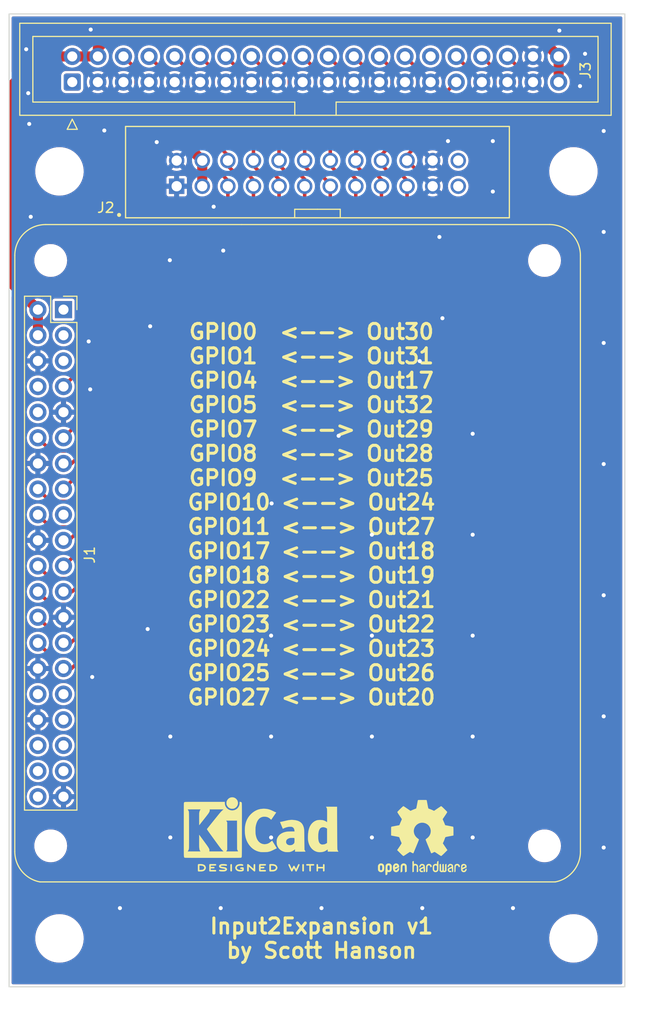
<source format=kicad_pcb>
(kicad_pcb (version 20211014) (generator pcbnew)
  (title_block (title "Input2Expansion") (date "2022-04-06") (rev "v1") (company "Scott Hanson"))
  (layers (0 "F.Cu" signal) (31 "B.Cu" signal) (34 "B.Paste" user) (35 "F.Paste" user) (36 "B.SilkS" user "B.Silkscreen") (37 "F.SilkS" user "F.Silkscreen") (38 "B.Mask" user) (39 "F.Mask" user) (44 "Edge.Cuts" user))
  (net 0 "")
  (net 2 "GND")
  (net 3 "OUT27")
  (net 4 "OUT28")
  (net 5 "OUT29")
  (net 6 "OUT30")
  (net 8 "OUT31")
  (net 11 "OUT26")
  (net 18 "OUT32")
  (net 20 "OUT23")
  (net 21 "OUT17")
  (net 22 "OUT18")
  (net 23 "OUT22")
  (net 24 "OUT21")
  (net 25 "OUT19")
  (net 26 "OUT20")
  (net 28 "+5V")
  (net 30 "OUT25")
  (net 31 "OUT24")
  (footprint "MountingHole:MountingHole_4.3mm_M4" (layer "F.Cu") (at 155 130)
    (fp_text reference "H1")
    (fp_text value "MountingHole")
    (pad "" np_thru_hole circle (at 0 0) (size 4.3 4.3) (drill 4.3) (layers *.Cu *.Mask))
  )
  (footprint "MCU_RaspberryPi_and_Boards:Raspberry_Pi_Hat_Socketed_THT_FaceDown_MountingHoles" (layer "F.Cu") (at 104.4 67.7)
    (fp_text reference "J1" (at 2.6 24.3 90) (layer "F.SilkS"))
    (fp_text value "Raspberry_Pi_2_3")
    (pad "" np_thru_hole circle (at -1.27 -4.87 90) (size 2.75 2.75) (drill 2.75) (layers *.Cu *.Mask))
    (pad "" np_thru_hole circle (at 47.73 53.13 90) (size 2.75 2.75) (drill 2.75) (layers *.Cu *.Mask))
    (pad "" np_thru_hole circle (at -1.27 53.13 90) (size 2.75 2.75) (drill 2.75) (layers *.Cu *.Mask))
    (pad "" np_thru_hole circle (at 47.73 -4.87 90) (size 2.75 2.75) (drill 2.75) (layers *.Cu *.Mask))
    (pad "1" thru_hole rect (at 0 0) (size 1.7 1.7) (drill 1) (layers *.Cu *.Mask))
    (pad "2" thru_hole oval (at -2.54 0) (size 1.7 1.7) (drill 1) (layers *.Cu *.Mask) (net 28 "+5V"))
    (pad "3" thru_hole oval (at 0 2.54) (size 1.7 1.7) (drill 1) (layers *.Cu *.Mask))
    (pad "4" thru_hole oval (at -2.54 2.54) (size 1.7 1.7) (drill 1) (layers *.Cu *.Mask) (net 28 "+5V"))
    (pad "5" thru_hole oval (at 0 5.08) (size 1.7 1.7) (drill 1) (layers *.Cu *.Mask))
    (pad "6" thru_hole oval (at -2.54 5.08) (size 1.7 1.7) (drill 1) (layers *.Cu *.Mask) (net 2 "GND"))
    (pad "7" thru_hole oval (at 0 7.62) (size 1.7 1.7) (drill 1) (layers *.Cu *.Mask) (net 21 "OUT17"))
    (pad "8" thru_hole oval (at -2.54 7.62) (size 1.7 1.7) (drill 1) (layers *.Cu *.Mask))
    (pad "9" thru_hole oval (at 0 10.16) (size 1.7 1.7) (drill 1) (layers *.Cu *.Mask) (net 2 "GND"))
    (pad "10" thru_hole oval (at -2.54 10.16) (size 1.7 1.7) (drill 1) (layers *.Cu *.Mask))
    (pad "11" thru_hole oval (at 0 12.7) (size 1.7 1.7) (drill 1) (layers *.Cu *.Mask) (net 22 "OUT18"))
    (pad "12" thru_hole oval (at -2.54 12.7) (size 1.7 1.7) (drill 1) (layers *.Cu *.Mask) (net 25 "OUT19"))
    (pad "13" thru_hole oval (at 0 15.24) (size 1.7 1.7) (drill 1) (layers *.Cu *.Mask) (net 26 "OUT20"))
    (pad "14" thru_hole oval (at -2.54 15.24) (size 1.7 1.7) (drill 1) (layers *.Cu *.Mask) (net 2 "GND"))
    (pad "15" thru_hole oval (at 0 17.78) (size 1.7 1.7) (drill 1) (layers *.Cu *.Mask) (net 24 "OUT21"))
    (pad "16" thru_hole oval (at -2.54 17.78) (size 1.7 1.7) (drill 1) (layers *.Cu *.Mask) (net 23 "OUT22"))
    (pad "17" thru_hole oval (at 0 20.32) (size 1.7 1.7) (drill 1) (layers *.Cu *.Mask))
    (pad "18" thru_hole oval (at -2.54 20.32) (size 1.7 1.7) (drill 1) (layers *.Cu *.Mask) (net 20 "OUT23"))
    (pad "19" thru_hole oval (at 0 22.86) (size 1.7 1.7) (drill 1) (layers *.Cu *.Mask) (net 31 "OUT24"))
    (pad "20" thru_hole oval (at -2.54 22.86) (size 1.7 1.7) (drill 1) (layers *.Cu *.Mask) (net 2 "GND"))
    (pad "21" thru_hole oval (at 0 25.4) (size 1.7 1.7) (drill 1) (layers *.Cu *.Mask) (net 30 "OUT25"))
    (pad "22" thru_hole oval (at -2.54 25.4) (size 1.7 1.7) (drill 1) (layers *.Cu *.Mask) (net 11 "OUT26"))
    (pad "23" thru_hole oval (at 0 27.94) (size 1.7 1.7) (drill 1) (layers *.Cu *.Mask) (net 3 "OUT27"))
    (pad "24" thru_hole oval (at -2.54 27.94) (size 1.7 1.7) (drill 1) (layers *.Cu *.Mask) (net 4 "OUT28"))
    (pad "25" thru_hole oval (at 0 30.48) (size 1.7 1.7) (drill 1) (layers *.Cu *.Mask) (net 2 "GND"))
    (pad "26" thru_hole oval (at -2.54 30.48) (size 1.7 1.7) (drill 1) (layers *.Cu *.Mask) (net 5 "OUT29"))
    (pad "27" thru_hole oval (at 0 33.02) (size 1.7 1.7) (drill 1) (layers *.Cu *.Mask) (net 6 "OUT30"))
    (pad "28" thru_hole oval (at -2.54 33.02) (size 1.7 1.7) (drill 1) (layers *.Cu *.Mask) (net 8 "OUT31"))
    (pad "29" thru_hole oval (at 0 35.56) (size 1.7 1.7) (drill 1) (layers *.Cu *.Mask) (net 18 "OUT32"))
    (pad "30" thru_hole oval (at -2.54 35.56) (size 1.7 1.7) (drill 1) (layers *.Cu *.Mask) (net 2 "GND"))
    (pad "31" thru_hole oval (at 0 38.1) (size 1.7 1.7) (drill 1) (layers *.Cu *.Mask))
    (pad "32" thru_hole oval (at -2.54 38.1) (size 1.7 1.7) (drill 1) (layers *.Cu *.Mask))
    (pad "33" thru_hole oval (at 0 40.64) (size 1.7 1.7) (drill 1) (layers *.Cu *.Mask))
    (pad "34" thru_hole oval (at -2.54 40.64) (size 1.7 1.7) (drill 1) (layers *.Cu *.Mask) (net 2 "GND"))
    (pad "35" thru_hole oval (at 0 43.18) (size 1.7 1.7) (drill 1) (layers *.Cu *.Mask))
    (pad "36" thru_hole oval (at -2.54 43.18) (size 1.7 1.7) (drill 1) (layers *.Cu *.Mask))
    (pad "37" thru_hole oval (at 0 45.72) (size 1.7 1.7) (drill 1) (layers *.Cu *.Mask))
    (pad "38" thru_hole oval (at -2.54 45.72) (size 1.7 1.7) (drill 1) (layers *.Cu *.Mask))
    (pad "39" thru_hole oval (at 0 48.26) (size 1.7 1.7) (drill 1) (layers *.Cu *.Mask) (net 2 "GND"))
    (pad "40" thru_hole oval (at -2.54 48.26) (size 1.7 1.7) (drill 1) (layers *.Cu *.Mask))
  )
  (footprint "302-S241:OST_302-S241" (layer "F.Cu") (at 129.6 54.2)
    (fp_text reference "J2" (at -21 3.4) (layer "F.SilkS"))
    (fp_text value "Expansion Header")
    (pad "1" thru_hole rect (at -13.97 1.27) (size 1.53 1.53) (drill 1.02) (layers *.Cu *.Mask) (net 2 "GND"))
    (pad "2" thru_hole circle (at -13.97 -1.27) (size 1.53 1.53) (drill 1.02) (layers *.Cu *.Mask) (net 2 "GND"))
    (pad "3" thru_hole circle (at -11.43 1.27) (size 1.53 1.53) (drill 1.02) (layers *.Cu *.Mask) (net 28 "+5V"))
    (pad "4" thru_hole circle (at -11.43 -1.27) (size 1.53 1.53) (drill 1.02) (layers *.Cu *.Mask) (net 28 "+5V"))
    (pad "5" thru_hole circle (at -8.89 1.27) (size 1.53 1.53) (drill 1.02) (layers *.Cu *.Mask) (net 21 "OUT17"))
    (pad "6" thru_hole circle (at -8.89 -1.27) (size 1.53 1.53) (drill 1.02) (layers *.Cu *.Mask) (net 22 "OUT18"))
    (pad "7" thru_hole circle (at -6.35 1.27) (size 1.53 1.53) (drill 1.02) (layers *.Cu *.Mask) (net 25 "OUT19"))
    (pad "8" thru_hole circle (at -6.35 -1.27) (size 1.53 1.53) (drill 1.02) (layers *.Cu *.Mask) (net 26 "OUT20"))
    (pad "9" thru_hole circle (at -3.81 1.27) (size 1.53 1.53) (drill 1.02) (layers *.Cu *.Mask) (net 24 "OUT21"))
    (pad "10" thru_hole circle (at -3.81 -1.27) (size 1.53 1.53) (drill 1.02) (layers *.Cu *.Mask) (net 23 "OUT22"))
    (pad "11" thru_hole circle (at -1.27 1.27) (size 1.53 1.53) (drill 1.02) (layers *.Cu *.Mask) (net 20 "OUT23"))
    (pad "12" thru_hole circle (at -1.27 -1.27) (size 1.53 1.53) (drill 1.02) (layers *.Cu *.Mask) (net 31 "OUT24"))
    (pad "13" thru_hole circle (at 1.27 1.27) (size 1.53 1.53) (drill 1.02) (layers *.Cu *.Mask) (net 30 "OUT25"))
    (pad "14" thru_hole circle (at 1.27 -1.27) (size 1.53 1.53) (drill 1.02) (layers *.Cu *.Mask) (net 11 "OUT26"))
    (pad "15" thru_hole circle (at 3.81 1.27) (size 1.53 1.53) (drill 1.02) (layers *.Cu *.Mask) (net 3 "OUT27"))
    (pad "16" thru_hole circle (at 3.81 -1.27) (size 1.53 1.53) (drill 1.02) (layers *.Cu *.Mask) (net 4 "OUT28"))
    (pad "17" thru_hole circle (at 6.35 1.27) (size 1.53 1.53) (drill 1.02) (layers *.Cu *.Mask) (net 5 "OUT29"))
    (pad "18" thru_hole circle (at 6.35 -1.27) (size 1.53 1.53) (drill 1.02) (layers *.Cu *.Mask) (net 6 "OUT30"))
    (pad "19" thru_hole circle (at 8.89 1.27) (size 1.53 1.53) (drill 1.02) (layers *.Cu *.Mask) (net 8 "OUT31"))
    (pad "20" thru_hole circle (at 8.89 -1.27) (size 1.53 1.53) (drill 1.02) (layers *.Cu *.Mask) (net 18 "OUT32"))
    (pad "21" thru_hole circle (at 11.43 1.27) (size 1.53 1.53) (drill 1.02) (layers *.Cu *.Mask) (net 2 "GND"))
    (pad "22" thru_hole circle (at 11.43 -1.27) (size 1.53 1.53) (drill 1.02) (layers *.Cu *.Mask) (net 2 "GND"))
    (pad "23" thru_hole circle (at 13.97 1.27) (size 1.53 1.53) (drill 1.02) (layers *.Cu *.Mask))
    (pad "24" thru_hole circle (at 13.97 -1.27) (size 1.53 1.53) (drill 1.02) (layers *.Cu *.Mask))
  )
  (footprint "MountingHole:MountingHole_4.3mm_M4" (layer "F.Cu") (at 104 54)
    (fp_text reference "H2")
    (fp_text value "MountingHole")
    (pad "" np_thru_hole circle (at 0 0) (size 4.3 4.3) (drill 4.3) (layers *.Cu *.Mask))
  )
  (footprint "MountingHole:MountingHole_4.3mm_M4" (layer "F.Cu") (at 155 54)
    (fp_text reference "H3")
    (fp_text value "MountingHole")
    (pad "" np_thru_hole circle (at 0 0) (size 4.3 4.3) (drill 4.3) (layers *.Cu *.Mask))
  )
  (footprint "Symbol:OSHW-Logo2_9.8x8mm_SilkScreen" (layer "F.Cu") (at 140 120)
    (fp_text reference "REF**" hide)
    (fp_text value "OSHW-Logo2_9.8x8mm_SilkScreen" hide)
  )
  (footprint "Symbol:KiCad-Logo2_6mm_SilkScreen" (layer "F.Cu") (at 124 119)
    (fp_text reference "REF**" hide)
    (fp_text value "KiCad-Logo2_6mm_SilkScreen" hide)
  )
  (footprint "Connector_IDC:IDC-Header_2x20_P2.54mm_Vertical" (layer "F.Cu") (at 105.27 45.1525 90)
    (fp_text reference "J3" (at 1.1525 50.93 90) (layer "F.SilkS"))
    (fp_text value "Expansion Header")
    (pad "1" thru_hole roundrect (at 0 0 90) (size 1.7 1.7) (drill 1) (layers *.Cu *.Mask) (roundrect_rratio 0.1470588235))
    (pad "2" thru_hole circle (at 2.54 0 90) (size 1.7 1.7) (drill 1) (layers *.Cu *.Mask) (net 28 "+5V"))
    (pad "3" thru_hole circle (at 0 2.54 90) (size 1.7 1.7) (drill 1) (layers *.Cu *.Mask) (net 2 "GND"))
    (pad "4" thru_hole circle (at 2.54 2.54 90) (size 1.7 1.7) (drill 1) (layers *.Cu *.Mask) (net 28 "+5V"))
    (pad "5" thru_hole circle (at 0 5.08 90) (size 1.7 1.7) (drill 1) (layers *.Cu *.Mask) (net 2 "GND"))
    (pad "6" thru_hole circle (at 2.54 5.08 90) (size 1.7 1.7) (drill 1) (layers *.Cu *.Mask) (net 21 "OUT17"))
    (pad "7" thru_hole circle (at 0 7.62 90) (size 1.7 1.7) (drill 1) (layers *.Cu *.Mask) (net 2 "GND"))
    (pad "8" thru_hole circle (at 2.54 7.62 90) (size 1.7 1.7) (drill 1) (layers *.Cu *.Mask) (net 22 "OUT18"))
    (pad "9" thru_hole circle (at 0 10.16 90) (size 1.7 1.7) (drill 1) (layers *.Cu *.Mask) (net 2 "GND"))
    (pad "10" thru_hole circle (at 2.54 10.16 90) (size 1.7 1.7) (drill 1) (layers *.Cu *.Mask) (net 25 "OUT19"))
    (pad "11" thru_hole circle (at 0 12.7 90) (size 1.7 1.7) (drill 1) (layers *.Cu *.Mask) (net 2 "GND"))
    (pad "12" thru_hole circle (at 2.54 12.7 90) (size 1.7 1.7) (drill 1) (layers *.Cu *.Mask) (net 26 "OUT20"))
    (pad "13" thru_hole circle (at 0 15.24 90) (size 1.7 1.7) (drill 1) (layers *.Cu *.Mask) (net 2 "GND"))
    (pad "14" thru_hole circle (at 2.54 15.24 90) (size 1.7 1.7) (drill 1) (layers *.Cu *.Mask) (net 24 "OUT21"))
    (pad "15" thru_hole circle (at 0 17.78 90) (size 1.7 1.7) (drill 1) (layers *.Cu *.Mask) (net 2 "GND"))
    (pad "16" thru_hole circle (at 2.54 17.78 90) (size 1.7 1.7) (drill 1) (layers *.Cu *.Mask) (net 23 "OUT22"))
    (pad "17" thru_hole circle (at 0 20.32 90) (size 1.7 1.7) (drill 1) (layers *.Cu *.Mask) (net 2 "GND"))
    (pad "18" thru_hole circle (at 2.54 20.32 90) (size 1.7 1.7) (drill 1) (layers *.Cu *.Mask) (net 20 "OUT23"))
    (pad "19" thru_hole circle (at 0 22.86 90) (size 1.7 1.7) (drill 1) (layers *.Cu *.Mask) (net 2 "GND"))
    (pad "20" thru_hole circle (at 2.54 22.86 90) (size 1.7 1.7) (drill 1) (layers *.Cu *.Mask) (net 31 "OUT24"))
    (pad "21" thru_hole circle (at 0 25.4 90) (size 1.7 1.7) (drill 1) (layers *.Cu *.Mask) (net 2 "GND"))
    (pad "22" thru_hole circle (at 2.54 25.4 90) (size 1.7 1.7) (drill 1) (layers *.Cu *.Mask) (net 30 "OUT25"))
    (pad "23" thru_hole circle (at 0 27.94 90) (size 1.7 1.7) (drill 1) (layers *.Cu *.Mask) (net 2 "GND"))
    (pad "24" thru_hole circle (at 2.54 27.94 90) (size 1.7 1.7) (drill 1) (layers *.Cu *.Mask) (net 11 "OUT26"))
    (pad "25" thru_hole circle (at 0 30.48 90) (size 1.7 1.7) (drill 1) (layers *.Cu *.Mask) (net 2 "GND"))
    (pad "26" thru_hole circle (at 2.54 30.48 90) (size 1.7 1.7) (drill 1) (layers *.Cu *.Mask) (net 3 "OUT27"))
    (pad "27" thru_hole circle (at 0 33.02 90) (size 1.7 1.7) (drill 1) (layers *.Cu *.Mask) (net 2 "GND"))
    (pad "28" thru_hole circle (at 2.54 33.02 90) (size 1.7 1.7) (drill 1) (layers *.Cu *.Mask) (net 4 "OUT28"))
    (pad "29" thru_hole circle (at 0 35.56 90) (size 1.7 1.7) (drill 1) (layers *.Cu *.Mask) (net 2 "GND"))
    (pad "30" thru_hole circle (at 2.54 35.56 90) (size 1.7 1.7) (drill 1) (layers *.Cu *.Mask))
    (pad "31" thru_hole circle (at 0 38.1 90) (size 1.7 1.7) (drill 1) (layers *.Cu *.Mask) (net 5 "OUT29"))
    (pad "32" thru_hole circle (at 2.54 38.1 90) (size 1.7 1.7) (drill 1) (layers *.Cu *.Mask) (net 6 "OUT30"))
    (pad "33" thru_hole circle (at 0 40.64 90) (size 1.7 1.7) (drill 1) (layers *.Cu *.Mask) (net 2 "GND"))
    (pad "34" thru_hole circle (at 2.54 40.64 90) (size 1.7 1.7) (drill 1) (layers *.Cu *.Mask) (net 8 "OUT31"))
    (pad "35" thru_hole circle (at 0 43.18 90) (size 1.7 1.7) (drill 1) (layers *.Cu *.Mask) (net 2 "GND"))
    (pad "36" thru_hole circle (at 2.54 43.18 90) (size 1.7 1.7) (drill 1) (layers *.Cu *.Mask) (net 18 "OUT32"))
    (pad "37" thru_hole circle (at 0 45.72 90) (size 1.7 1.7) (drill 1) (layers *.Cu *.Mask) (net 2 "GND"))
    (pad "38" thru_hole circle (at 2.54 45.72 90) (size 1.7 1.7) (drill 1) (layers *.Cu *.Mask) (net 2 "GND"))
    (pad "39" thru_hole circle (at 0 48.26 90) (size 1.7 1.7) (drill 1) (layers *.Cu *.Mask) (net 28 "+5V"))
    (pad "40" thru_hole circle (at 2.54 48.26 90) (size 1.7 1.7) (drill 1) (layers *.Cu *.Mask) (net 28 "+5V"))
  )
  (footprint "MountingHole:MountingHole_4.3mm_M4" (layer "F.Cu") (at 104 130)
    (fp_text reference "H4")
    (fp_text value "MountingHole")
    (pad "" np_thru_hole circle (at 0 0) (size 4.3 4.3) (drill 4.3) (layers *.Cu *.Mask))
  )
  (gr_line (start 99 134.8) (end 99 38.4) (layer "Edge.Cuts") (width 0.1))
  (gr_line (start 160.1 38.4) (end 160.1 134.8) (layer "Edge.Cuts") (width 0.1))
  (gr_line (start 99 38.4) (end 160.1 38.4) (layer "Edge.Cuts") (width 0.1))
  (gr_line (start 160.1 134.8) (end 99 134.8) (layer "Edge.Cuts") (width 0.1))
  (gr_text "GPIO0  <--> Out30\nGPIO1  <--> Out31\nGPIO4  <--> Out17\nGPIO5  <--> Out32\nGPIO7  <--> Out29\nGPIO8  <--> Out28\nGPIO9  <--> Out25\nGPIO10 <--> Out24\nGPIO11 <--> Out27\nGPIO17 <--> Out18\nGPIO18 <--> Out19\nGPIO22 <--> Out21\nGPIO23 <--> Out22\nGPIO24 <--> Out23\nGPIO25 <--> Out26\nGPIO27 <--> Out20" (at 129 88) (layer "F.SilkS") (effects (font (size 1.5 1.5) (thickness 0.3))))
  (gr_text "${TITLE} ${REVISION}\nby ${COMPANY}" (at 130 130) (layer "F.SilkS") (effects (font (size 1.5 1.5) (thickness 0.3))))
  (via (at 145 100) (size 0.8) (drill 0.4) (layers "F.Cu" "B.Cu") (net 2))
  (via (at 142.55 51) (size 0.8) (drill 0.4) (layers "F.Cu" "B.Cu") (net 2))
  (via (at 110 127) (size 0.8) (drill 0.4) (layers "F.Cu" "B.Cu") (net 2))
  (via (at 131.7 80.2) (size 0.8) (drill 0.4) (layers "F.Cu" "B.Cu") (net 2))
  (via (at 139.75 72.8) (size 0.8) (drill 0.4) (layers "F.Cu" "B.Cu") (net 2))
  (via (at 145 120) (size 0.8) (drill 0.4) (layers "F.Cu" "B.Cu") (net 2))
  (via (at 119.3 57.5) (size 0.8) (drill 0.4) (layers "F.Cu" "B.Cu") (net 2))
  (via (at 100.7 41.9) (size 0.8) (drill 0.4) (layers "F.Cu" "B.Cu") (net 2))
  (via (at 147 51) (size 0.8) (drill 0.4) (layers "F.Cu" "B.Cu") (net 2))
  (via (at 158 121) (size 0.8) (drill 0.4) (layers "F.Cu" "B.Cu") (net 2))
  (via (at 125 110) (size 0.8) (drill 0.4) (layers "F.Cu" "B.Cu") (net 2))
  (via (at 145 90) (size 0.8) (drill 0.4) (layers "F.Cu" "B.Cu") (net 2))
  (via (at 155.65 45.55) (size 0.8) (drill 0.4) (layers "F.Cu" "B.Cu") (net 2))
  (via (at 158 71) (size 0.8) (drill 0.4) (layers "F.Cu" "B.Cu") (net 2))
  (via (at 135 120) (size 0.8) (drill 0.4) (layers "F.Cu" "B.Cu") (net 2))
  (via (at 107.25 104.1) (size 0.8) (drill 0.4) (layers "F.Cu" "B.Cu") (net 2))
  (via (at 130 127) (size 0.8) (drill 0.4) (layers "F.Cu" "B.Cu") (net 2))
  (via (at 135 110) (size 0.8) (drill 0.4) (layers "F.Cu" "B.Cu") (net 2))
  (via (at 108.45 49.95) (size 0.8) (drill 0.4) (layers "F.Cu" "B.Cu") (net 2))
  (via (at 156.15 42.35) (size 0.8) (drill 0.4) (layers "F.Cu" "B.Cu") (net 2))
  (via (at 120.25 61.85) (size 0.8) (drill 0.4) (layers "F.Cu" "B.Cu") (net 2))
  (via (at 107.1 39.95) (size 0.8) (drill 0.4) (layers "F.Cu" "B.Cu") (net 2))
  (via (at 107.05 75.6) (size 0.8) (drill 0.4) (layers "F.Cu" "B.Cu") (net 2))
  (via (at 118.8 93.55) (size 0.8) (drill 0.4) (layers "F.Cu" "B.Cu") (net 2))
  (via (at 158 83) (size 0.8) (drill 0.4) (layers "F.Cu" "B.Cu") (net 2))
  (via (at 115 110) (size 0.8) (drill 0.4) (layers "F.Cu" "B.Cu") (net 2))
  (via (at 158 108) (size 0.8) (drill 0.4) (layers "F.Cu" "B.Cu") (net 2))
  (via (at 158 50) (size 0.8) (drill 0.4) (layers "F.Cu" "B.Cu") (net 2))
  (via (at 158 60) (size 0.8) (drill 0.4) (layers "F.Cu" "B.Cu") (net 2))
  (via (at 125 100) (size 0.8) (drill 0.4) (layers "F.Cu" "B.Cu") (net 2))
  (via (at 135 90) (size 0.8) (drill 0.4) (layers "F.Cu" "B.Cu") (net 2))
  (via (at 113 69.35) (size 0.8) (drill 0.4) (layers "F.Cu" "B.Cu") (net 2))
  (via (at 101 49.3) (size 0.8) (drill 0.4) (layers "F.Cu" "B.Cu") (net 2))
  (via (at 145 110) (size 0.8) (drill 0.4) (layers "F.Cu" "B.Cu") (net 2))
  (via (at 120 127) (size 0.8) (drill 0.4) (layers "F.Cu" "B.Cu") (net 2))
  (via (at 149 127) (size 0.8) (drill 0.4) (layers "F.Cu" "B.Cu") (net 2))
  (via (at 114.95 62.8) (size 0.8) (drill 0.4) (layers "F.Cu" "B.Cu") (net 2))
  (via (at 100.9 46.25) (size 0.8) (drill 0.4) (layers "F.Cu" "B.Cu") (net 2))
  (via (at 141.7 60.5) (size 0.8) (drill 0.4) (layers "F.Cu" "B.Cu") (net 2))
  (via (at 125 120) (size 0.8) (drill 0.4) (layers "F.Cu" "B.Cu") (net 2))
  (via (at 135 100) (size 0.8) (drill 0.4) (layers "F.Cu" "B.Cu") (net 2))
  (via (at 140 127) (size 0.8) (drill 0.4) (layers "F.Cu" "B.Cu") (net 2))
  (via (at 147 56) (size 0.8) (drill 0.4) (layers "F.Cu" "B.Cu") (net 2))
  (via (at 142 68.55) (size 0.8) (drill 0.4) (layers "F.Cu" "B.Cu") (net 2))
  (via (at 113.65 51.1) (size 0.8) (drill 0.4) (layers "F.Cu" "B.Cu") (net 2))
  (via (at 158 96) (size 0.8) (drill 0.4) (layers "F.Cu" "B.Cu") (net 2))
  (via (at 125.05 86.9) (size 0.8) (drill 0.4) (layers "F.Cu" "B.Cu") (net 2))
  (via (at 101.15 58.5) (size 0.8) (drill 0.4) (layers "F.Cu" "B.Cu") (net 2))
  (via (at 112.75 99.35) (size 0.8) (drill 0.4) (layers "F.Cu" "B.Cu") (net 2))
  (via (at 115 120) (size 0.8) (drill 0.4) (layers "F.Cu" "B.Cu") (net 2))
  (via (at 106.9 70.85) (size 0.8) (drill 0.4) (layers "F.Cu" "B.Cu") (net 2))
  (via (at 153.6 40.05) (size 0.8) (drill 0.4) (layers "F.Cu" "B.Cu") (net 2))
  (via (at 145 80) (size 0.8) (drill 0.4) (layers "F.Cu" "B.Cu") (net 2))
  (segment (start 137 45.85) (end 132.15 50.7) (width 0.35) (layer "F.Cu") (net 3))
  (segment (start 135.75 42.6125) (end 137 43.8625) (width 0.35) (layer "F.Cu") (net 3))
  (segment (start 105.26 95.64) (end 133.4 67.5) (width 0.35) (layer "F.Cu") (net 3))
  (segment (start 104.4 95.64) (end 105.26 95.64) (width 0.35) (layer "F.Cu") (net 3))
  (segment (start 133.4 55.48) (end 133.41 55.47) (width 0.35) (layer "F.Cu") (net 3))
  (segment (start 133.41 54.76) (end 133.41 55.47) (width 0.35) (layer "F.Cu") (net 3))
  (segment (start 137 43.8625) (end 137 45.85) (width 0.35) (layer "F.Cu") (net 3))
  (segment (start 132.15 53.5) (end 133.41 54.76) (width 0.35) (layer "F.Cu") (net 3))
  (segment (start 133.4 67.5) (end 133.4 55.48) (width 0.35) (layer "F.Cu") (net 3))
  (segment (start 132.15 50.7) (end 132.15 53.5) (width 0.35) (layer "F.Cu") (net 3))
  (segment (start 105.45 96.9) (end 103.12 96.9) (width 0.35) (layer "F.Cu") (net 4))
  (segment (start 133.41 52.93) (end 133.41 53.41) (width 0.35) (layer "F.Cu") (net 4))
  (segment (start 133.41 52.93) (end 133.41 52.04) (width 0.35) (layer "F.Cu") (net 4))
  (segment (start 133.41 52.04) (end 139.55 45.9) (width 0.35) (layer "F.Cu") (net 4))
  (segment (start 134.65 67.7) (end 105.45 96.9) (width 0.35) (layer "F.Cu") (net 4))
  (segment (start 139.55 45.9) (end 139.55 43.8725) (width 0.35) (layer "F.Cu") (net 4))
  (segment (start 103.12 96.9) (end 101.86 95.64) (width 0.35) (layer "F.Cu") (net 4))
  (segment (start 139.55 43.8725) (end 138.29 42.6125) (width 0.35) (layer "F.Cu") (net 4))
  (segment (start 133.41 53.41) (end 134.65 54.65) (width 0.35) (layer "F.Cu") (net 4))
  (segment (start 134.65 54.65) (end 134.65 67.7) (width 0.35) (layer "F.Cu") (net 4))
  (segment (start 135.95 68.6) (end 135.95 55.47) (width 0.35) (layer "F.Cu") (net 5))
  (segment (start 134.65 52.25) (end 140.2 46.7) (width 0.35) (layer "F.Cu") (net 5))
  (segment (start 135.95 55.47) (end 135.95 54.8) (width 0.35) (layer "F.Cu") (net 5))
  (segment (start 140.2 46.7) (end 141.8225 46.7) (width 0.35) (layer "F.Cu") (net 5))
  (segment (start 135.95 54.8) (end 134.65 53.5) (width 0.35) (layer "F.Cu") (net 5))
  (segment (start 134.65 53.5) (end 134.65 52.25) (width 0.35) (layer "F.Cu") (net 5))
  (segment (start 141.8225 46.7) (end 143.37 45.1525) (width 0.35) (layer "F.Cu") (net 5))
  (segment (start 105.145489 99.404511) (end 135.95 68.6) (width 0.35) (layer "F.Cu") (net 5))
  (segment (start 103.084511 99.404511) (end 105.145489 99.404511) (width 0.35) (layer "F.Cu") (net 5))
  (segment (start 101.86 98.18) (end 103.084511 99.404511) (width 0.35) (layer "F.Cu") (net 5))
  (segment (start 144.65 43.8925) (end 144.65 45.8) (width 0.35) (layer "F.Cu") (net 6))
  (segment (start 135.95 52.35) (end 135.95 52.93) (width 0.35) (layer "F.Cu") (net 6))
  (segment (start 143.37 42.6125) (end 144.65 43.8925) (width 0.35) (layer "F.Cu") (net 6))
  (segment (start 144.65 45.8) (end 142.8 47.65) (width 0.35) (layer "F.Cu") (net 6))
  (segment (start 140.65 47.65) (end 135.95 52.35) (width 0.35) (layer "F.Cu") (net 6))
  (segment (start 135.95 52.93) (end 135.95 53.35) (width 0.35) (layer "F.Cu") (net 6))
  (segment (start 135.95 53.35) (end 137.2 54.6) (width 0.35) (layer "F.Cu") (net 6))
  (segment (start 105.13 100.72) (end 104.4 100.72) (width 0.35) (layer "F.Cu") (net 6))
  (segment (start 137.2 68.65) (end 105.13 100.72) (width 0.35) (layer "F.Cu") (net 6))
  (segment (start 137.2 54.6) (end 137.2 68.65) (width 0.35) (layer "F.Cu") (net 6))
  (segment (start 142.8 47.65) (end 140.65 47.65) (width 0.35) (layer "F.Cu") (net 6))
  (segment (start 147.2 45.85) (end 147.2 43.9025) (width 0.35) (layer "F.Cu") (net 8))
  (segment (start 137.2 53.6) (end 137.2 52.1) (width 0.35) (layer "F.Cu") (net 8))
  (segment (start 137.2 52.1) (end 140.95 48.35) (width 0.35) (layer "F.Cu") (net 8))
  (segment (start 101.86 100.72) (end 103.14 102) (width 0.35) (layer "F.Cu") (net 8))
  (segment (start 138.49 54.89) (end 137.2 53.6) (width 0.35) (layer "F.Cu") (net 8))
  (segment (start 105.25 102) (end 138.49 68.76) (width 0.35) (layer "F.Cu") (net 8))
  (segment (start 103.14 102) (end 105.25 102) (width 0.35) (layer "F.Cu") (net 8))
  (segment (start 138.49 55.47) (end 138.49 54.89) (width 0.35) (layer "F.Cu") (net 8))
  (segment (start 144.7 48.35) (end 147.2 45.85) (width 0.35) (layer "F.Cu") (net 8))
  (segment (start 138.49 68.76) (end 138.49 55.47) (width 0.35) (layer "F.Cu") (net 8))
  (segment (start 147.2 43.9025) (end 145.91 42.6125) (width 0.35) (layer "F.Cu") (net 8))
  (segment (start 140.95 48.35) (end 144.7 48.35) (width 0.35) (layer "F.Cu") (net 8))
  (segment (start 132.15 67.4) (end 105.2 94.35) (width 0.35) (layer "F.Cu") (net 11))
  (segment (start 105.2 94.35) (end 103.11 94.35) (width 0.35) (layer "F.Cu") (net 11))
  (segment (start 130.87 52.93) (end 130.87 53.42) (width 0.35) (layer "F.Cu") (net 11))
  (segment (start 132.15 54.7) (end 132.15 67.4) (width 0.35) (layer "F.Cu") (net 11))
  (segment (start 134.5 43.9025) (end 134.5 45.95) (width 0.35) (layer "F.Cu") (net 11))
  (segment (start 130.87 53.42) (end 132.15 54.7) (width 0.35) (layer "F.Cu") (net 11))
  (segment (start 130.87 49.58) (end 130.87 52.93) (width 0.35) (layer "F.Cu") (net 11))
  (segment (start 134.5 45.95) (end 130.87 49.58) (width 0.35) (layer "F.Cu") (net 11))
  (segment (start 133.21 42.6125) (end 134.5 43.9025) (width 0.35) (layer "F.Cu") (net 11))
  (segment (start 103.11 94.35) (end 101.86 93.1) (width 0.35) (layer "F.Cu") (net 11))
  (segment (start 138.49 52.41) (end 138.49 52.93) (width 0.35) (layer "F.Cu") (net 18))
  (segment (start 146.45 49.3) (end 141.6 49.3) (width 0.35) (layer "F.Cu") (net 18))
  (segment (start 149.7 43.8625) (end 149.7 46.05) (width 0.35) (layer "F.Cu") (net 18))
  (segment (start 139.75 68.7) (end 105.19 103.26) (width 0.35) (layer "F.Cu") (net 18))
  (segment (start 105.19 103.26) (end 104.4 103.26) (width 0.35) (layer "F.Cu") (net 18))
  (segment (start 138.49 52.93) (end 139.75 54.19) (width 0.35) (layer "F.Cu") (net 18))
  (segment (start 148.45 42.6125) (end 149.7 43.8625) (width 0.35) (layer "F.Cu") (net 18))
  (segment (start 149.7 46.05) (end 146.45 49.3) (width 0.35) (layer "F.Cu") (net 18))
  (segment (start 139.75 54.19) (end 139.75 68.7) (width 0.35) (layer "F.Cu") (net 18))
  (segment (start 141.6 49.3) (end 138.49 52.41) (width 0.35) (layer "F.Cu") (net 18))
  (segment (start 105.405489 89.244511) (end 103.084511 89.244511) (width 0.35) (layer "F.Cu") (net 20))
  (segment (start 127 53.45) (end 128.33 54.78) (width 0.35) (layer "F.Cu") (net 20))
  (segment (start 125.59 42.6125) (end 126.814511 43.837011) (width 0.35) (layer "F.Cu") (net 20))
  (segment (start 128.33 54.78) (end 128.33 55.47) (width 0.35) (layer "F.Cu") (net 20))
  (segment (start 103.084511 89.244511) (end 101.86 88.02) (width 0.35) (layer "F.Cu") (net 20))
  (segment (start 126.814511 43.837011) (end 126.814511 46.314511) (width 0.35) (layer "F.Cu") (net 20))
  (segment (start 127 46.5) (end 127 53.45) (width 0.35) (layer "F.Cu") (net 20))
  (segment (start 126.814511 46.314511) (end 127 46.5) (width 0.35) (layer "F.Cu") (net 20))
  (segment (start 128.33 66.32) (end 105.405489 89.244511) (width 0.35) (layer "F.Cu") (net 20))
  (segment (start 128.33 55.47) (end 128.33 66.32) (width 0.35) (layer "F.Cu") (net 20))
  (segment (start 119.4 52.377126) (end 113.822874 46.8) (width 0.35) (layer "F.Cu") (net 21))
  (segment (start 119.4 53.6) (end 119.4 52.377126) (width 0.35) (layer "F.Cu") (net 21))
  (segment (start 113.822874 46.8) (end 112.4 46.8) (width 0.35) (layer "F.Cu") (net 21))
  (segment (start 104.4 75.32) (end 120.71 59.01) (width 0.35) (layer "F.Cu") (net 21))
  (segment (start 112.4 46.8) (end 111.6 46) (width 0.35) (layer "F.Cu") (net 21))
  (segment (start 111.6 46) (end 111.6 43.8625) (width 0.35) (layer "F.Cu") (net 21))
  (segment (start 120.71 59.01) (end 120.71 55.47) (width 0.35) (layer "F.Cu") (net 21))
  (segment (start 111.6 43.8625) (end 110.35 42.6125) (width 0.35) (layer "F.Cu") (net 21))
  (segment (start 120.71 55.47) (end 120.71 54.91) (width 0.35) (layer "F.Cu") (net 21))
  (segment (start 120.71 54.91) (end 119.4 53.6) (width 0.35) (layer "F.Cu") (net 21))
  (segment (start 120.71 52.41) (end 120.71 52.93) (width 0.35) (layer "F.Cu") (net 22))
  (segment (start 121.95 54.7) (end 121.95 62.85) (width 0.35) (layer "F.Cu") (net 22))
  (segment (start 114.15 43.8725) (end 114.15 45.85) (width 0.35) (layer "F.Cu") (net 22))
  (segment (start 120.71 52.93) (end 120.71 53.46) (width 0.35) (layer "F.Cu") (net 22))
  (segment (start 114.15 45.85) (end 120.71 52.41) (width 0.35) (layer "F.Cu") (net 22))
  (segment (start 112.89 42.6125) (end 114.15 43.8725) (width 0.35) (layer "F.Cu") (net 22))
  (segment (start 121.95 62.85) (end 104.4 80.4) (width 0.35) (layer "F.Cu") (net 22))
  (segment (start 120.71 53.46) (end 121.95 54.7) (width 0.35) (layer "F.Cu") (net 22))
  (segment (start 105.295489 86.704511) (end 127.05 64.95) (width 0.35) (layer "F.Cu") (net 23))
  (segment (start 103.084511 86.704511) (end 105.295489 86.704511) (width 0.35) (layer "F.Cu") (net 23))
  (segment (start 127.05 64.95) (end 127.05 54.627126) (width 0.35) (layer "F.Cu") (net 23))
  (segment (start 124.274511 46.124511) (end 125.79 47.64) (width 0.35) (layer "F.Cu") (net 23))
  (segment (start 101.86 85.48) (end 103.084511 86.704511) (width 0.35) (layer "F.Cu") (net 23))
  (segment (start 123.05 42.6125) (end 124.274511 43.837011) (width 0.35) (layer "F.Cu") (net 23))
  (segment (start 124.274511 43.837011) (end 124.274511 46.124511) (width 0.35) (layer "F.Cu") (net 23))
  (segment (start 127.05 54.627126) (end 125.79 53.367126) (width 0.35) (layer "F.Cu") (net 23))
  (segment (start 125.79 47.64) (end 125.79 52.93) (width 0.35) (layer "F.Cu") (net 23))
  (segment (start 125.79 53.367126) (end 125.79 52.93) (width 0.35) (layer "F.Cu") (net 23))
  (segment (start 124.5 53.5) (end 124.5 48.75) (width 0.35) (layer "F.Cu") (net 24))
  (segment (start 125.79 55.47) (end 125.79 54.79) (width 0.35) (layer "F.Cu") (net 24))
  (segment (start 121.8 43.9025) (end 120.51 42.6125) (width 0.35) (layer "F.Cu") (net 24))
  (segment (start 125.79 64.09) (end 104.4 85.48) (width 0.35) (layer "F.Cu") (net 24))
  (segment (start 125.79 55.47) (end 125.79 64.09) (width 0.35) (layer "F.Cu") (net 24))
  (segment (start 121.8 46.05) (end 121.8 43.9025) (width 0.35) (layer "F.Cu") (net 24))
  (segment (start 124.5 48.75) (end 121.8 46.05) (width 0.35) (layer "F.Cu") (net 24))
  (segment (start 125.79 54.79) (end 124.5 53.5) (width 0.35) (layer "F.Cu") (net 24))
  (segment (start 123.25 55.47) (end 123.25 54.85) (width 0.35) (layer "F.Cu") (net 25))
  (segment (start 122 51.2) (end 116.7 45.9) (width 0.35) (layer "F.Cu") (net 25))
  (segment (start 123.25 54.85) (end 122 53.6) (width 0.35) (layer "F.Cu") (net 25))
  (segment (start 116.7 43.8825) (end 115.43 42.6125) (width 0.35) (layer "F.Cu") (net 25))
  (segment (start 123.25 55.47) (end 123.25 63.75) (width 0.35) (layer "F.Cu") (net 25))
  (segment (start 116.7 45.9) (end 116.7 43.8825) (width 0.35) (layer "F.Cu") (net 25))
  (segment (start 123.25 63.75) (end 105.3 81.7) (width 0.35) (layer "F.Cu") (net 25))
  (segment (start 103.16 81.7) (end 101.86 80.4) (width 0.35) (layer "F.Cu") (net 25))
  (segment (start 105.3 81.7) (end 103.16 81.7) (width 0.35) (layer "F.Cu") (net 25))
  (segment (start 122 53.6) (end 122 51.2) (width 0.35) (layer "F.Cu") (net 25))
  (segment (start 124.5 54.7) (end 124.5 63.65) (width 0.35) (layer "F.Cu") (net 26))
  (segment (start 123.25 52.93) (end 123.25 53.45) (width 0.35) (layer "F.Cu") (net 26))
  (segment (start 123.25 49.9) (end 123.25 52.93) (width 0.35) (layer "F.Cu") (net 26))
  (segment (start 124.5 63.65) (end 105.21 82.94) (width 0.35) (layer "F.Cu") (net 26))
  (segment (start 117.97 42.6125) (end 119.25 43.8925) (width 0.35) (layer "F.Cu") (net 26))
  (segment (start 123.25 53.45) (end 124.5 54.7) (width 0.35) (layer "F.Cu") (net 26))
  (segment (start 119.25 43.8925) (end 119.25 45.9) (width 0.35) (layer "F.Cu") (net 26))
  (segment (start 119.25 45.9) (end 123.25 49.9) (width 0.35) (layer "F.Cu") (net 26))
  (segment (start 105.21 82.94) (end 104.4 82.94) (width 0.35) (layer "F.Cu") (net 26))
  (segment (start 118.17 52.93) (end 114.54 49.3) (width 1) (layer "F.Cu") (net 28))
  (segment (start 99.50002 47.89998) (end 99.50002 65.34002) (width 1) (layer "F.Cu") (net 28))
  (segment (start 105.27 42.6125) (end 102.1375 42.6125) (width 1) (layer "F.Cu") (net 28))
  (segment (start 109.9 49.3) (end 108.4 47.8) (width 1) (layer "F.Cu") (net 28))
  (segment (start 109.4 40.2) (end 107.81 41.79) (width 1) (layer "F.Cu") (net 28))
  (segment (start 99.6 47.8) (end 99.50002 47.89998) (width 1) (layer "F.Cu") (net 28))
  (segment (start 151.1175 40.2) (end 109.4 40.2) (width 1) (layer "F.Cu") (net 28))
  (segment (start 107.81 41.79) (end 107.81 42.6125) (width 1) (layer "F.Cu") (net 28))
  (segment (start 101.86 67.7) (end 101.86 70.24) (width 1) (layer "F.Cu") (net 28))
  (segment (start 153.53 42.6125) (end 151.1175 40.2) (width 1) (layer "F.Cu") (net 28))
  (segment (start 108.4 47.8) (end 99.6 47.8) (width 1) (layer "F.Cu") (net 28))
  (segment (start 99.50002 45.24998) (end 99.50002 47.89998) (width 1) (layer "F.Cu") (net 28))
  (segment (start 153.53 45.1525) (end 153.53 42.6125) (width 1) (layer "F.Cu") (net 28))
  (segment (start 118.17 55.47) (end 118.17 52.93) (width 1) (layer "F.Cu") (net 28))
  (segment (start 107.81 42.6125) (end 105.27 42.6125) (width 1) (layer "F.Cu") (net 28))
  (segment (start 114.54 49.3) (end 109.9 49.3) (width 1) (layer "F.Cu") (net 28))
  (segment (start 102.1375 42.6125) (end 99.50002 45.24998) (width 1) (layer "F.Cu") (net 28))
  (segment (start 99.50002 65.34002) (end 101.86 67.7) (width 1) (layer "F.Cu") (net 28))
  (segment (start 130.87 66.68) (end 104.45 93.1) (width 0.35) (layer "F.Cu") (net 30))
  (segment (start 130.87 55.27) (end 130.87 55.47) (width 0.35) (layer "F.Cu") (net 30))
  (segment (start 130.87 55.47) (end 130.87 66.68) (width 0.35) (layer "F.Cu") (net 30))
  (segment (start 131.95 45.95) (end 129.6 48.3) (width 0.35) (layer "F.Cu") (net 30))
  (segment (start 129.6 48.3) (end 129.6 54) (width 0.35) (layer "F.Cu") (net 30))
  (segment (start 131.95 43.8925) (end 131.95 45.95) (width 0.35) (layer "F.Cu") (net 30))
  (segment (start 130.67 42.6125) (end 131.95 43.8925) (width 0.35) (layer "F.Cu") (net 30))
  (segment (start 104.45 93.1) (end 104.4 93.1) (width 0.35) (layer "F.Cu") (net 30))
  (segment (start 129.6 54) (end 130.87 55.27) (width 0.35) (layer "F.Cu") (net 30))
  (segment (start 129.65 54.827126) (end 128.33 53.507126) (width 0.35) (layer "F.Cu") (net 31))
  (segment (start 104.4 90.56) (end 104.94 90.56) (width 0.35) (layer "F.Cu") (net 31))
  (segment (start 104.94 90.56) (end 129.65 65.85) (width 0.35) (layer "F.Cu") (net 31))
  (segment (start 129.4 43.8825) (end 129.4 46) (width 0.35) (layer "F.Cu") (net 31))
  (segment (start 129.65 65.85) (end 129.65 54.827126) (width 0.35) (layer "F.Cu") (net 31))
  (segment (start 128.33 53.507126) (end 128.33 52.93) (width 0.35) (layer "F.Cu") (net 31))
  (segment (start 129.4 46) (end 128.33 47.07) (width 0.35) (layer "F.Cu") (net 31))
  (segment (start 128.33 47.07) (end 128.33 52.93) (width 0.35) (layer "F.Cu") (net 31))
  (segment (start 128.13 42.6125) (end 129.4 43.8825) (width 0.35) (layer "F.Cu") (net 31))
  (zone (net 2) (net_name "GND") (layers F&B.Cu) (connect_pads (clearance 0.254)) (min_thickness 0.254) (fill yes (thermal_gap 0.254) (thermal_bridge_width 0.508))
    (polygon (pts (xy 162.8 37.9) (xy 162.1 138.5) (xy 98.1 137.1) (xy 98.85 38)))
  )
)
</source>
